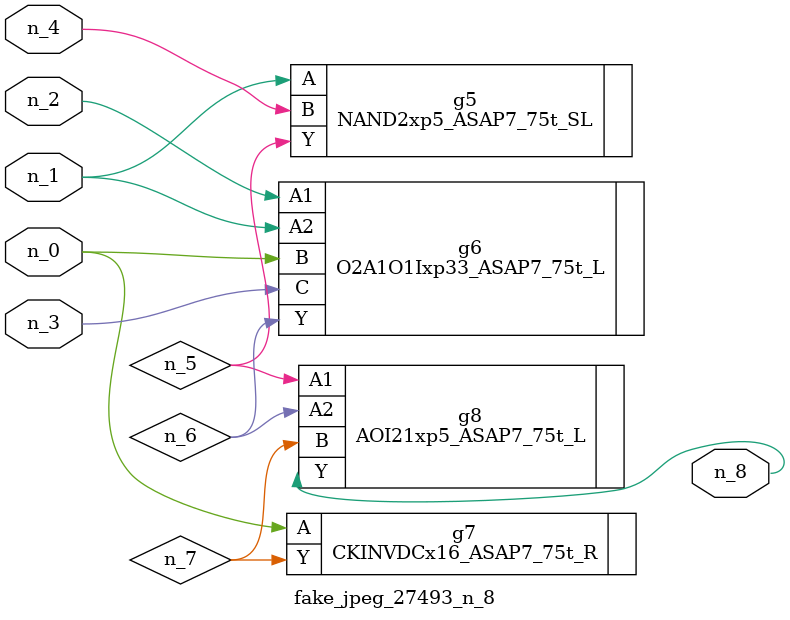
<source format=v>
module fake_jpeg_27493_n_8 (n_3, n_2, n_1, n_0, n_4, n_8);

input n_3;
input n_2;
input n_1;
input n_0;
input n_4;

output n_8;

wire n_6;
wire n_5;
wire n_7;

NAND2xp5_ASAP7_75t_SL g5 ( 
.A(n_1),
.B(n_4),
.Y(n_5)
);

O2A1O1Ixp33_ASAP7_75t_L g6 ( 
.A1(n_2),
.A2(n_1),
.B(n_0),
.C(n_3),
.Y(n_6)
);

CKINVDCx16_ASAP7_75t_R g7 ( 
.A(n_0),
.Y(n_7)
);

AOI21xp5_ASAP7_75t_L g8 ( 
.A1(n_5),
.A2(n_6),
.B(n_7),
.Y(n_8)
);


endmodule
</source>
